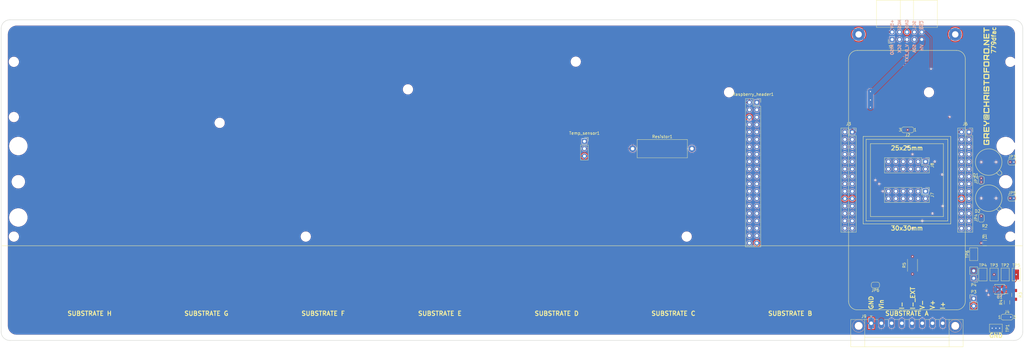
<source format=kicad_pcb>
(kicad_pcb (version 20171130) (host pcbnew "(5.1.8-0-10_14)")
  (layers (0 F.Cu mixed) (1 In1.Cu signal) (2 In2.Cu signal hide) (31 B.Cu mixed hide) (34 B.Paste user) (35 F.Paste user) (36 B.SilkS user) (37 F.SilkS user) (38 B.Mask user) (39 F.Mask user) (44 Edge.Cuts user))
  (net 0 "")
  (net 1 MISO)
  (net 2 +5V)
  (net 3 SCK)
  (net 4 MOSI)
  (net 5 GND)
  (net 6 SDA)
  (net 7 SCL)
  (net 8 +3V3)
  (net 9 /Vin)
  (net 10 "Net-(JP2-Pad1)")
  (net 11 "Net-(JP4-Pad1)")
  (net 12 "Net-(R3-Pad1)")
  (net 13 "Net-(R4-Pad2)")
  (net 14 "Net-(J4-Pad2)")
  (net 15 "Net-(TP2-Pad1)")
  (net 16 "Net-(D1-Pad2)")
  (net 17 "Net-(D1-Pad1)")
  (net 18 "Net-(D2-Pad1)")
  (net 19 "Net-(D2-Pad2)")
  (net 20 A_V_D_EXT)
  (net 21 ~A_CS)
  (net 22 A_V_D_LOC)
  (net 23 A_V_D)
  (net 24 "Net-(J3-Pad28)")
  (net 25 A_I-)
  (net 26 "Net-(J3-Pad26)")
  (net 27 A_V-)
  (net 28 "Net-(J3-Pad24)")
  (net 29 A_V+)
  (net 30 "Net-(J3-Pad22)")
  (net 31 A_I+)
  (net 32 "Net-(J3-Pad18)")
  (net 33 "Net-(J3-Pad12)")
  (net 34 "Net-(J3-Pad6)")
  (net 35 "Net-(J3-Pad4)")
  (net 36 "Net-(J3-Pad2)")
  (net 37 "Net-(J6-Pad1)")
  (net 38 "Net-(J6-Pad3)")
  (net 39 "Net-(J6-Pad5)")
  (net 40 "Net-(J6-Pad7)")
  (net 41 "Net-(J6-Pad9)")
  (net 42 "Net-(J6-Pad11)")
  (net 43 "Net-(J6-Pad13)")
  (net 44 "Net-(J6-Pad15)")
  (net 45 "Net-(J6-Pad17)")
  (net 46 "Net-(J6-Pad19)")
  (net 47 "Net-(J6-Pad21)")
  (net 48 "Net-(J6-Pad23)")
  (net 49 "Net-(J6-Pad25)")
  (net 50 "Net-(J6-Pad27)")
  (net 51 "Net-(J7-Pad12)")
  (net 52 "Net-(J7-Pad11)")
  (net 53 "Net-(J7-Pad10)")
  (net 54 "Net-(J7-Pad9)")
  (net 55 "Net-(J7-Pad8)")
  (net 56 "Net-(J7-Pad7)")
  (net 57 "Net-(J7-Pad6)")
  (net 58 "Net-(J7-Pad5)")
  (net 59 "Net-(J7-Pad4)")
  (net 60 "Net-(J7-Pad3)")
  (net 61 "Net-(J7-Pad2)")
  (net 62 "Net-(J7-Pad1)")
  (net 63 "Net-(J8-Pad1)")
  (net 64 "Net-(J8-Pad2)")
  (net 65 "Net-(J8-Pad3)")
  (net 66 "Net-(J8-Pad4)")
  (net 67 "Net-(J8-Pad5)")
  (net 68 "Net-(J8-Pad6)")
  (net 69 "Net-(J8-Pad7)")
  (net 70 "Net-(J8-Pad8)")
  (net 71 "Net-(J8-Pad9)")
  (net 72 "Net-(J8-Pad10)")
  (net 73 "Net-(J8-Pad11)")
  (net 74 "Net-(J8-Pad12)")
  (net 75 "Net-(J9-Pad3)")
  (net 76 A_I-_EXT)
  (net 77 "Net-(Raspberry_header1-Pad40)")
  (net 78 "Net-(Raspberry_header1-Pad38)")
  (net 79 "Net-(Raspberry_header1-Pad37)")
  (net 80 "Net-(Raspberry_header1-Pad36)")
  (net 81 "Net-(Raspberry_header1-Pad35)")
  (net 82 "Net-(Raspberry_header1-Pad34)")
  (net 83 "Net-(Raspberry_header1-Pad33)")
  (net 84 "Net-(Raspberry_header1-Pad32)")
  (net 85 "Net-(Raspberry_header1-Pad31)")
  (net 86 "Net-(Raspberry_header1-Pad30)")
  (net 87 "Net-(Raspberry_header1-Pad29)")
  (net 88 "Net-(Raspberry_header1-Pad28)")
  (net 89 "Net-(Raspberry_header1-Pad27)")
  (net 90 "Net-(Raspberry_header1-Pad26)")
  (net 91 "Net-(Raspberry_header1-Pad25)")
  (net 92 "Net-(Raspberry_header1-Pad24)")
  (net 93 "Net-(Raspberry_header1-Pad22)")
  (net 94 "Net-(Raspberry_header1-Pad20)")
  (net 95 "Net-(Raspberry_header1-Pad18)")
  (net 96 "Net-(Raspberry_header1-Pad17)")
  (net 97 "Net-(Raspberry_header1-Pad16)")
  (net 98 "Net-(Raspberry_header1-Pad15)")
  (net 99 "Net-(Raspberry_header1-Pad14)")
  (net 100 "Net-(Raspberry_header1-Pad13)")
  (net 101 "Net-(Raspberry_header1-Pad12)")
  (net 102 "Net-(Raspberry_header1-Pad11)")
  (net 103 "Net-(Raspberry_header1-Pad10)")
  (net 104 "Net-(Raspberry_header1-Pad9)")
  (net 105 "Net-(Raspberry_header1-Pad8)")
  (net 106 "Net-(Raspberry_header1-Pad4)")
  (net 107 SCLK)
  (net 108 CLK0)
  (module Connector_PinSocket_2.54mm:PinSocket_1x03_P2.54mm_Vertical (layer F.Cu) (at -110.49 -13.335)
    (fp_text reference Temp_sensor1 (at 0 -2.77) (layer F.SilkS))
    (fp_text value Conn_01x03_Female)
    (pad 3 thru_hole oval (at 0 5.08) (size 1.7 1.7) (drill 1) (layers *.Cu *.Mask) (net 5 GND))
    (pad 2 thru_hole oval (at 0 2.54) (size 1.7 1.7) (drill 1) (layers *.Cu *.Mask) (net 108 CLK0))
    (pad 1 thru_hole rect (at 0 0) (size 1.7 1.7) (drill 1) (layers *.Cu *.Mask) (net 8 +3V3))
  )
  (module Resistor_THT:R_Axial_DIN0617_L17.0mm_D6.0mm_P20.32mm_Horizontal (layer F.Cu) (at -93.98 -10.795)
    (fp_text reference Resistor1 (at 10.16 -4.12) (layer F.SilkS))
    (fp_text value 4.7k)
    (pad 2 thru_hole oval (at 20.32 0) (size 2.4 2.4) (drill 1.2) (layers *.Cu *.Mask) (net 8 +3V3))
    (pad 1 thru_hole circle (at 0 0) (size 2.4 2.4) (drill 1.2) (layers *.Cu *.Mask) (net 108 CLK0))
  )
  (module Connector_PinSocket_2.54mm:PinSocket_2x20_P2.54mm_Vertical (layer F.Cu) (at -51.435 -26.67)
    (fp_text reference Raspberry_header1 (at -1.27 -2.77) (layer F.SilkS))
    (fp_text value Conn_02x20_Odd_Even)
    (pad 1 thru_hole rect (at 0 0) (size 1.7 1.7) (drill 1) (layers *.Cu *.Mask) (net 8 +3V3))
    (pad 2 thru_hole oval (at -2.54 0) (size 1.7 1.7) (drill 1) (layers *.Cu *.Mask) (net 2 +5V))
    (pad 3 thru_hole oval (at 0 2.54) (size 1.7 1.7) (drill 1) (layers *.Cu *.Mask) (net 6 SDA))
    (pad 4 thru_hole oval (at -2.54 2.54) (size 1.7 1.7) (drill 1) (layers *.Cu *.Mask) (net 106 "Net-(Raspberry_header1-Pad4)"))
    (pad 5 thru_hole oval (at 0 5.08) (size 1.7 1.7) (drill 1) (layers *.Cu *.Mask) (net 7 SCL))
    (pad 6 thru_hole oval (at -2.54 5.08) (size 1.7 1.7) (drill 1) (layers *.Cu *.Mask) (net 5 GND))
    (pad 7 thru_hole oval (at 0 7.62) (size 1.7 1.7) (drill 1) (layers *.Cu *.Mask) (net 108 CLK0))
    (pad 8 thru_hole oval (at -2.54 7.62) (size 1.7 1.7) (drill 1) (layers *.Cu *.Mask) (net 105 "Net-(Raspberry_header1-Pad8)"))
    (pad 9 thru_hole oval (at 0 10.16) (size 1.7 1.7) (drill 1) (layers *.Cu *.Mask) (net 104 "Net-(Raspberry_header1-Pad9)"))
    (pad 10 thru_hole oval (at -2.54 10.16) (size 1.7 1.7) (drill 1) (layers *.Cu *.Mask) (net 103 "Net-(Raspberry_header1-Pad10)"))
    (pad 11 thru_hole oval (at 0 12.7) (size 1.7 1.7) (drill 1) (layers *.Cu *.Mask) (net 102 "Net-(Raspberry_header1-Pad11)"))
    (pad 12 thru_hole oval (at -2.54 12.7) (size 1.7 1.7) (drill 1) (layers *.Cu *.Mask) (net 101 "Net-(Raspberry_header1-Pad12)"))
    (pad 13 thru_hole oval (at 0 15.24) (size 1.7 1.7) (drill 1) (layers *.Cu *.Mask) (net 100 "Net-(Raspberry_header1-Pad13)"))
    (pad 14 thru_hole oval (at -2.54 15.24) (size 1.7 1.7) (drill 1) (layers *.Cu *.Mask) (net 99 "Net-(Raspberry_header1-Pad14)"))
    (pad 15 thru_hole oval (at 0 17.78) (size 1.7 1.7) (drill 1) (layers *.Cu *.Mask) (net 98 "Net-(Raspberry_header1-Pad15)"))
    (pad 16 thru_hole oval (at -2.54 17.78) (size 1.7 1.7) (drill 1) (layers *.Cu *.Mask) (net 97 "Net-(Raspberry_header1-Pad16)"))
    (pad 17 thru_hole oval (at 0 20.32) (size 1.7 1.7) (drill 1) (layers *.Cu *.Mask) (net 96 "Net-(Raspberry_header1-Pad17)"))
    (pad 18 thru_hole oval (at -2.54 20.32) (size 1.7 1.7) (drill 1) (layers *.Cu *.Mask) (net 95 "Net-(Raspberry_header1-Pad18)"))
    (pad 19 thru_hole oval (at 0 22.86) (size 1.7 1.7) (drill 1) (layers *.Cu *.Mask) (net 4 MOSI))
    (pad 20 thru_hole oval (at -2.54 22.86) (size 1.7 1.7) (drill 1) (layers *.Cu *.Mask) (net 94 "Net-(Raspberry_header1-Pad20)"))
    (pad 21 thru_hole oval (at 0 25.4) (size 1.7 1.7) (drill 1) (layers *.Cu *.Mask) (net 1 MISO))
    (pad 22 thru_hole oval (at -2.54 25.4) (size 1.7 1.7) (drill 1) (layers *.Cu *.Mask) (net 93 "Net-(Raspberry_header1-Pad22)"))
    (pad 23 thru_hole oval (at 0 27.94) (size 1.7 1.7) (drill 1) (layers *.Cu *.Mask) (net 107 SCLK))
    (pad 24 thru_hole oval (at -2.54 27.94) (size 1.7 1.7) (drill 1) (layers *.Cu *.Mask) (net 92 "Net-(Raspberry_header1-Pad24)"))
    (pad 25 thru_hole oval (at 0 30.48) (size 1.7 1.7) (drill 1) (layers *.Cu *.Mask) (net 91 "Net-(Raspberry_header1-Pad25)"))
    (pad 26 thru_hole oval (at -2.54 30.48) (size 1.7 1.7) (drill 1) (layers *.Cu *.Mask) (net 90 "Net-(Raspberry_header1-Pad26)"))
    (pad 27 thru_hole oval (at 0 33.02) (size 1.7 1.7) (drill 1) (layers *.Cu *.Mask) (net 89 "Net-(Raspberry_header1-Pad27)"))
    (pad 28 thru_hole oval (at -2.54 33.02) (size 1.7 1.7) (drill 1) (layers *.Cu *.Mask) (net 88 "Net-(Raspberry_header1-Pad28)"))
    (pad 29 thru_hole oval (at 0 35.56) (size 1.7 1.7) (drill 1) (layers *.Cu *.Mask) (net 87 "Net-(Raspberry_header1-Pad29)"))
    (pad 30 thru_hole oval (at -2.54 35.56) (size 1.7 1.7) (drill 1) (layers *.Cu *.Mask) (net 86 "Net-(Raspberry_header1-Pad30)"))
    (pad 31 thru_hole oval (at 0 38.1) (size 1.7 1.7) (drill 1) (layers *.Cu *.Mask) (net 85 "Net-(Raspberry_header1-Pad31)"))
    (pad 32 thru_hole oval (at -2.54 38.1) (size 1.7 1.7) (drill 1) (layers *.Cu *.Mask) (net 84 "Net-(Raspberry_header1-Pad32)"))
    (pad 33 thru_hole oval (at 0 40.64) (size 1.7 1.7) (drill 1) (layers *.Cu *.Mask) (net 83 "Net-(Raspberry_header1-Pad33)"))
    (pad 34 thru_hole oval (at -2.54 40.64) (size 1.7 1.7) (drill 1) (layers *.Cu *.Mask) (net 82 "Net-(Raspberry_header1-Pad34)"))
    (pad 35 thru_hole oval (at 0 43.18) (size 1.7 1.7) (drill 1) (layers *.Cu *.Mask) (net 81 "Net-(Raspberry_header1-Pad35)"))
    (pad 36 thru_hole oval (at -2.54 43.18) (size 1.7 1.7) (drill 1) (layers *.Cu *.Mask) (net 80 "Net-(Raspberry_header1-Pad36)"))
    (pad 37 thru_hole oval (at 0 45.72) (size 1.7 1.7) (drill 1) (layers *.Cu *.Mask) (net 79 "Net-(Raspberry_header1-Pad37)"))
    (pad 38 thru_hole oval (at -2.54 45.72) (size 1.7 1.7) (drill 1) (layers *.Cu *.Mask) (net 78 "Net-(Raspberry_header1-Pad38)"))
    (pad 39 thru_hole oval (at 0 48.26) (size 1.7 1.7) (drill 1) (layers *.Cu *.Mask) (net 5 GND))
    (pad 40 thru_hole oval (at -2.54 48.26) (size 1.7 1.7) (drill 1) (layers *.Cu *.Mask) (net 77 "Net-(Raspberry_header1-Pad40)"))
  )
  (module myParts:BPW21 (layer F.Cu) (at 28 -6.2)
    (fp_text reference D1 (at -4.445 4.445) (layer F.SilkS))
    (fp_text value BPW21)
    (pad 2 thru_hole circle (at 2.54 0) (size 0.75 0.75) (drill 0.5) (layers *.Cu *.Mask) (net 16 "Net-(D1-Pad2)"))
    (pad 1 thru_hole circle (at -2.54 0) (size 0.75 0.75) (drill 0.5) (layers *.Cu *.Mask) (net 17 "Net-(D1-Pad1)"))
  )
  (module myParts:BPW21 (layer F.Cu) (at 28 6.2)
    (fp_text reference D2 (at -3.81 4.445) (layer F.SilkS))
    (fp_text value BPW21)
    (pad 2 thru_hole circle (at 2.54 0) (size 0.75 0.75) (drill 0.5) (layers *.Cu *.Mask) (net 19 "Net-(D2-Pad2)"))
    (pad 1 thru_hole circle (at -2.54 0) (size 0.75 0.75) (drill 0.5) (layers *.Cu *.Mask) (net 18 "Net-(D2-Pad1)"))
  )
  (module myParts:Test_Point_S1751-46R (layer F.Cu) (at 30.48 50.8 180)
    (fp_text reference TP1 (at -4 0 270) (layer F.SilkS))
    (fp_text value Test_Point)
    (pad 1 smd rect (at 0 0 180) (size 3.45 1.85) (layers F.Cu F.Mask) (net 5 GND))
  )
  (module myParts:Test_Point_S1751-46R (layer F.Cu) (at 33.655 32.385 90)
    (fp_text reference TP2 (at 3.175 0 180) (layer F.SilkS))
    (fp_text value Test_Point)
    (pad 1 smd rect (at 0 0 90) (size 3.45 1.85) (layers F.Cu F.Mask) (net 15 "Net-(TP2-Pad1)"))
  )
  (module myParts:Test_Point_S1751-46R (layer F.Cu) (at 29.845 32.385 90)
    (fp_text reference TP3 (at 3.175 0 180) (layer F.SilkS))
    (fp_text value Test_Point)
    (pad 1 smd rect (at 0 0 90) (size 3.45 1.85) (layers F.Cu F.Mask) (net 10 "Net-(JP2-Pad1)"))
  )
  (module myParts:Test_Point_S1751-46R (layer F.Cu) (at 26.035 32.385 90)
    (fp_text reference TP4 (at 3.175 0 180) (layer F.SilkS))
    (fp_text value Test_Point)
    (pad 1 smd rect (at 0 0 90) (size 3.45 1.85) (layers F.Cu F.Mask) (net 11 "Net-(JP4-Pad1)"))
  )
  (module myParts:Test_Point_S1751-46R (layer F.Cu) (at 37.465 32.385 90)
    (fp_text reference TP5 (at 3.175 0 180) (layer F.SilkS))
    (fp_text value Test_Point)
    (pad 1 smd rect (at 0 0 90) (size 3.45 1.85) (layers F.Cu F.Mask) (net 22 A_V_D_LOC))
  )
  (module myParts:Test_Point_S1751-46R (layer F.Cu) (at 22.86 25.4 90)
    (fp_text reference TP6 (at 0 -2.11 90) (layer F.SilkS))
    (fp_text value Test_Point)
    (pad 1 smd rect (at 0 0 90) (size 3.45 1.85) (layers F.Cu F.Mask) (net 25 A_I-))
  )
  (module myParts:logo (layer F.Cu) (at 27.25 -32.25 90)
    (fp_text reference L1 hide)
    (fp_text value GREY@CHRISTOFORO.NET hide)
  )
  (module Capacitor_SMD:C_1206_3216Metric (layer B.Cu) (at 31.75 37.465)
    (fp_text reference C1 (at 0 2.05) (layer B.SilkS) (effects (justify mirror)))
    (fp_text value 1uF)
    (pad 1 smd rect (at -1.505 0) (size 1.07 1.8) (layers B.Cu B.Paste B.Mask) (net 2 +5V))
    (pad 2 smd rect (at 1.505 0) (size 1.07 1.8) (layers B.Cu B.Paste B.Mask) (net 5 GND))
  )
  (module Jumper:SolderJumper-3_P1.3mm_Open_RoundedPad1.0x1.5mm_NumberLabels (layer F.Cu) (at 0.25 -17.25 180)
    (fp_text reference J2 (at 0 -1.8 180) (layer F.SilkS))
    (fp_text value GS3)
    (fp_text user 3 (at 2.6 0 180) (layer F.SilkS))
    (fp_text user 1 (at -2.6 0 180) (layer F.SilkS))
    (pad 1 smd roundrect (at -1.3 0 180) (size 1 1.5) (layers F.Cu F.Mask) (roundrect_rratio 0.5) (net 22 A_V_D_LOC))
    (pad 1 smd rect (at -1 0 180) (size 0.5 1.5) (layers F.Cu F.Mask) (net 22 A_V_D_LOC))
    (pad 2 smd rect (at 0 0 180) (size 1 1.5) (layers F.Cu F.Mask) (net 23 A_V_D))
    (pad 3 smd roundrect (at 1.3 0 180) (size 1 1.5) (layers F.Cu F.Mask) (roundrect_rratio 0.5) (net 20 A_V_D_EXT))
    (pad 3 smd rect (at 1 0 180) (size 0.5 1.5) (layers F.Cu F.Mask) (net 20 A_V_D_EXT))
  )
  (module Connector_PinSocket_2.54mm:PinSocket_2x14_P2.54mm_Vertical (layer F.Cu) (at -18.73 -16.505)
    (fp_text reference J3 (at -1.27 -2.77) (layer F.SilkS))
    (fp_text value Conn_02x14_Counter_Clockwise)
    (pad 28 thru_hole oval (at -2.54 33.02) (size 1.7 1.7) (drill 1) (layers *.Cu *.Mask) (net 24 "Net-(J3-Pad28)"))
    (pad 27 thru_hole oval (at 0 33.02) (size 1.7 1.7) (drill 1) (layers *.Cu *.Mask) (net 25 A_I-))
    (pad 26 thru_hole oval (at -2.54 30.48) (size 1.7 1.7) (drill 1) (layers *.Cu *.Mask) (net 26 "Net-(J3-Pad26)"))
    (pad 25 thru_hole oval (at 0 30.48) (size 1.7 1.7) (drill 1) (layers *.Cu *.Mask) (net 27 A_V-))
    (pad 24 thru_hole oval (at -2.54 27.94) (size 1.7 1.7) (drill 1) (layers *.Cu *.Mask) (net 28 "Net-(J3-Pad24)"))
    (pad 23 thru_hole oval (at 0 27.94) (size 1.7 1.7) (drill 1) (layers *.Cu *.Mask) (net 29 A_V+))
    (pad 22 thru_hole oval (at -2.54 25.4) (size 1.7 1.7) (drill 1) (layers *.Cu *.Mask) (net 30 "Net-(J3-Pad22)"))
    (pad 21 thru_hole oval (at 0 25.4) (size 1.7 1.7) (drill 1) (layers *.Cu *.Mask) (net 31 A_I+))
    (pad 20 thru_hole oval (at -2.54 22.86) (size 1.7 1.7) (drill 1) (layers *.Cu *.Mask) (net 5 GND))
    (pad 19 thru_hole oval (at 0 22.86) (size 1.7 1.7) (drill 1) (layers *.Cu *.Mask) (net 5 GND))
    (pad 18 thru_hole oval (at -2.54 20.32) (size 1.7 1.7) (drill 1) (layers *.Cu *.Mask) (net 32 "Net-(J3-Pad18)"))
    (pad 17 thru_hole oval (at 0 20.32) (size 1.7 1.7) (drill 1) (layers *.Cu *.Mask) (net 3 SCK))
    (pad 16 thru_hole oval (at -2.54 17.78) (size 1.7 1.7) (drill 1) (layers *.Cu *.Mask) (net 4 MOSI))
    (pad 15 thru_hole oval (at 0 17.78) (size 1.7 1.7) (drill 1) (layers *.Cu *.Mask) (net 4 MOSI))
    (pad 14 thru_hole oval (at -2.54 15.24) (size 1.7 1.7) (drill 1) (layers *.Cu *.Mask) (net 1 MISO))
    (pad 13 thru_hole oval (at 0 15.24) (size 1.7 1.7) (drill 1) (layers *.Cu *.Mask) (net 1 MISO))
    (pad 12 thru_hole oval (at -2.54 12.7) (size 1.7 1.7) (drill 1) (layers *.Cu *.Mask) (net 33 "Net-(J3-Pad12)"))
    (pad 11 thru_hole oval (at 0 12.7) (size 1.7 1.7) (drill 1) (layers *.Cu *.Mask) (net 21 ~A_CS))
    (pad 10 thru_hole oval (at -2.54 10.16) (size 1.7 1.7) (drill 1) (layers *.Cu *.Mask) (net 7 SCL))
    (pad 9 thru_hole oval (at 0 10.16) (size 1.7 1.7) (drill 1) (layers *.Cu *.Mask) (net 7 SCL))
    (pad 8 thru_hole oval (at -2.54 7.62) (size 1.7 1.7) (drill 1) (layers *.Cu *.Mask) (net 6 SDA))
    (pad 7 thru_hole oval (at 0 7.62) (size 1.7 1.7) (drill 1) (layers *.Cu *.Mask) (net 6 SDA))
    (pad 6 thru_hole oval (at -2.54 5.08) (size 1.7 1.7) (drill 1) (layers *.Cu *.Mask) (net 34 "Net-(J3-Pad6)"))
    (pad 5 thru_hole oval (at 0 5.08) (size 1.7 1.7) (drill 1) (layers *.Cu *.Mask) (net 23 A_V_D))
    (pad 4 thru_hole oval (at -2.54 2.54) (size 1.7 1.7) (drill 1) (layers *.Cu *.Mask) (net 35 "Net-(J3-Pad4)"))
    (pad 3 thru_hole oval (at 0 2.54) (size 1.7 1.7) (drill 1) (layers *.Cu *.Mask) (net 8 +3V3))
    (pad 2 thru_hole oval (at -2.54 0) (size 1.7 1.7) (drill 1) (layers *.Cu *.Mask) (net 36 "Net-(J3-Pad2)"))
    (pad 1 thru_hole rect (at 0 0) (size 1.7 1.7) (drill 1) (layers *.Cu *.Mask) (net 2 +5V))
  )
  (module Jumper:SolderJumper-3_P1.3mm_Open_RoundedPad1.0x1.5mm_NumberLabels (layer F.Cu) (at 34.29 46.99)
    (fp_text reference J4 (at 0 -1.8) (layer F.SilkS))
    (fp_text value GS3)
    (fp_text user 1 (at -2.6 0) (layer F.SilkS))
    (fp_text user 3 (at 2.6 0) (layer F.SilkS))
    (pad 3 smd rect (at 1 0) (size 0.5 1.5) (layers F.Cu F.Mask) (net 5 GND))
    (pad 3 smd roundrect (at 1.3 0) (size 1 1.5) (layers F.Cu F.Mask) (roundrect_rratio 0.5) (net 5 GND))
    (pad 2 smd rect (at 0 0) (size 1 1.5) (layers F.Cu F.Mask) (net 14 "Net-(J4-Pad2)"))
    (pad 1 smd rect (at -1 0) (size 0.5 1.5) (layers F.Cu F.Mask) (net 2 +5V))
    (pad 1 smd roundrect (at -1.3 0) (size 1 1.5) (layers F.Cu F.Mask) (roundrect_rratio 0.5) (net 2 +5V))
  )
  (module Connector_PinSocket_2.54mm:PinSocket_2x14_P2.54mm_Vertical (layer F.Cu) (at 21.23 -16.505)
    (fp_text reference J6 (at -1.27 -2.77) (layer F.SilkS))
    (fp_text value Conn_02x14_Counter_Clockwise)
    (pad 1 thru_hole rect (at 0 0) (size 1.7 1.7) (drill 1) (layers *.Cu *.Mask) (net 37 "Net-(J6-Pad1)"))
    (pad 2 thru_hole oval (at -2.54 0) (size 1.7 1.7) (drill 1) (layers *.Cu *.Mask) (net 2 +5V))
    (pad 3 thru_hole oval (at 0 2.54) (size 1.7 1.7) (drill 1) (layers *.Cu *.Mask) (net 38 "Net-(J6-Pad3)"))
    (pad 4 thru_hole oval (at -2.54 2.54) (size 1.7 1.7) (drill 1) (layers *.Cu *.Mask) (net 8 +3V3))
    (pad 5 thru_hole oval (at 0 5.08) (size 1.7 1.7) (drill 1) (layers *.Cu *.Mask) (net 39 "Net-(J6-Pad5)"))
    (pad 6 thru_hole oval (at -2.54 5.08) (size 1.7 1.7) (drill 1) (layers *.Cu *.Mask) (net 23 A_V_D))
    (pad 7 thru_hole oval (at 0 7.62) (size 1.7 1.7) (drill 1) (layers *.Cu *.Mask) (net 40 "Net-(J6-Pad7)"))
    (pad 8 thru_hole oval (at -2.54 7.62) (size 1.7 1.7) (drill 1) (layers *.Cu *.Mask) (net 6 SDA))
    (pad 9 thru_hole oval (at 0 10.16) (size 1.7 1.7) (drill 1) (layers *.Cu *.Mask) (net 41 "Net-(J6-Pad9)"))
    (pad 10 thru_hole oval (at -2.54 10.16) (size 1.7 1.7) (drill 1) (layers *.Cu *.Mask) (net 7 SCL))
    (pad 11 thru_hole oval (at 0 12.7) (size 1.7 1.7) (drill 1) (layers *.Cu *.Mask) (net 42 "Net-(J6-Pad11)"))
    (pad 12 thru_hole oval (at -2.54 12.7) (size 1.7 1.7) (drill 1) (layers *.Cu *.Mask) (net 21 ~A_CS))
    (pad 13 thru_hole oval (at 0 15.24) (size 1.7 1.7) (drill 1) (layers *.Cu *.Mask) (net 43 "Net-(J6-Pad13)"))
    (pad 14 thru_hole oval (at -2.54 15.24) (size 1.7 1.7) (drill 1) (layers *.Cu *.Mask) (net 1 MISO))
    (pad 15 thru_hole oval (at 0 17.78) (size 1.7 1.7) (drill 1) (layers *.Cu *.Mask) (net 44 "Net-(J6-Pad15)"))
    (pad 16 thru_hole oval (at -2.54 17.78) (size 1.7 1.7) (drill 1) (layers *.Cu *.Mask) (net 4 MOSI))
    (pad 17 thru_hole oval (at 0 20.32) (size 1.7 1.7) (drill 1) (layers *.Cu *.Mask) (net 45 "Net-(J6-Pad17)"))
    (pad 18 thru_hole oval (at -2.54 20.32) (size 1.7 1.7) (drill 1) (layers *.Cu *.Mask) (net 3 SCK))
    (pad 19 thru_hole oval (at 0 22.86) (size 1.7 1.7) (drill 1) (layers *.Cu *.Mask) (net 46 "Net-(J6-Pad19)"))
    (pad 20 thru_hole oval (at -2.54 22.86) (size 1.7 1.7) (drill 1) (layers *.Cu *.Mask) (net 5 GND))
    (pad 21 thru_hole oval (at 0 25.4) (size 1.7 1.7) (drill 1) (layers *.Cu *.Mask) (net 47 "Net-(J6-Pad21)"))
    (pad 22 thru_hole oval (at -2.54 25.4) (size 1.7 1.7) (drill 1) (layers *.Cu *.Mask) (net 31 A_I+))
    (pad 23 thru_hole oval (at 0 27.94) (size 1.7 1.7) (drill 1) (layers *.Cu *.Mask) (net 48 "Net-(J6-Pad23)"))
    (pad 24 thru_hole oval (at -2.54 27.94) (size 1.7 1.7) (drill 1) (layers *.Cu *.Mask) (net 29 A_V+))
    (pad 25 thru_hole oval (at 0 30.48) (size 1.7 1.7) (drill 1) (layers *.Cu *.Mask) (net 49 "Net-(J6-Pad25)"))
    (pad 26 thru_hole oval (at -2.54 30.48) (size 1.7 1.7) (drill 1) (layers *.Cu *.Mask) (net 27 A_V-))
    (pad 27 thru_hole oval (at 0 33.02) (size 1.7 1.7) (drill 1) (layers *.Cu *.Mask) (net 50 "Net-(J6-Pad27)"))
    (pad 28 thru_hole oval (at -2.54 33.02) (size 1.7 1.7) (drill 1) (layers *.Cu *.Mask) (net 25 A_I-))
  )
  (module Connector_PinHeader_2.54mm:PinHeader_2x06_P2.54mm_Vertical (layer F.Cu) (at 6.35 3.81 270)
    (fp_text reference J7 (at 1.27 -2.33 270) (layer F.SilkS))
    (fp_text value Conn_02x06_Counter_Clockwise)
    (pad 12 thru_hole oval (at 2.54 12.7 270) (size 1.7 1.7) (drill 1) (layers *.Cu *.Mask) (net 51 "Net-(J7-Pad12)"))
    (pad 11 thru_hole oval (at 0 12.7 270) (size 1.7 1.7) (drill 1) (layers *.Cu *.Mask) (net 52 "Net-(J7-Pad11)"))
    (pad 10 thru_hole oval (at 2.54 10.16 270) (size 1.7 1.7) (drill 1) (layers *.Cu *.Mask) (net 53 "Net-(J7-Pad10)"))
    (pad 9 thru_hole oval (at 0 10.16 270) (size 1.7 1.7) (drill 1) (layers *.Cu *.Mask) (net 54 "Net-(J7-Pad9)"))
    (pad 8 thru_hole oval (at 2.54 7.62 270) (size 1.7 1.7) (drill 1) (layers *.Cu *.Mask) (net 55 "Net-(J7-Pad8)"))
    (pad 7 thru_hole oval (at 0 7.62 270) (size 1.7 1.7) (drill 1) (layers *.Cu *.Mask) (net 56 "Net-(J7-Pad7)"))
    (pad 6 thru_hole oval (at 2.54 5.08 270) (size 1.7 1.7) (drill 1) (layers *.Cu *.Mask) (net 57 "Net-(J7-Pad6)"))
    (pad 5 thru_hole oval (at 0 5.08 270) (size 1.7 1.7) (drill 1) (layers *.Cu *.Mask) (net 58 "Net-(J7-Pad5)"))
    (pad 4 thru_hole oval (at 2.54 2.54 270) (size 1.7 1.7) (drill 1) (layers *.Cu *.Mask) (net 59 "Net-(J7-Pad4)"))
    (pad 3 thru_hole oval (at 0 2.54 270) (size 1.7 1.7) (drill 1) (layers *.Cu *.Mask) (net 60 "Net-(J7-Pad3)"))
    (pad 2 thru_hole oval (at 2.54 0 270) (size 1.7 1.7) (drill 1) (layers *.Cu *.Mask) (net 61 "Net-(J7-Pad2)"))
    (pad 1 thru_hole rect (at 0 0 270) (size 1.7 1.7) (drill 1) (layers *.Cu *.Mask) (net 62 "Net-(J7-Pad1)"))
  )
  (module Connector_PinHeader_2.54mm:PinHeader_2x06_P2.54mm_Vertical (layer F.Cu) (at 6.35 -6.35 270)
    (fp_text reference J8 (at 1.27 -2.33 270) (layer F.SilkS))
    (fp_text value Conn_02x06_Counter_Clockwise)
    (pad 1 thru_hole rect (at 0 0 270) (size 1.7 1.7) (drill 1) (layers *.Cu *.Mask) (net 63 "Net-(J8-Pad1)"))
    (pad 2 thru_hole oval (at 2.54 0 270) (size 1.7 1.7) (drill 1) (layers *.Cu *.Mask) (net 64 "Net-(J8-Pad2)"))
    (pad 3 thru_hole oval (at 0 2.54 270) (size 1.7 1.7) (drill 1) (layers *.Cu *.Mask) (net 65 "Net-(J8-Pad3)"))
    (pad 4 thru_hole oval (at 2.54 2.54 270) (size 1.7 1.7) (drill 1) (layers *.Cu *.Mask) (net 66 "Net-(J8-Pad4)"))
    (pad 5 thru_hole oval (at 0 5.08 270) (size 1.7 1.7) (drill 1) (layers *.Cu *.Mask) (net 67 "Net-(J8-Pad5)"))
    (pad 6 thru_hole oval (at 2.54 5.08 270) (size 1.7 1.7) (drill 1) (layers *.Cu *.Mask) (net 68 "Net-(J8-Pad6)"))
    (pad 7 thru_hole oval (at 0 7.62 270) (size 1.7 1.7) (drill 1) (layers *.Cu *.Mask) (net 69 "Net-(J8-Pad7)"))
    (pad 8 thru_hole oval (at 2.54 7.62 270) (size 1.7 1.7) (drill 1) (layers *.Cu *.Mask) (net 70 "Net-(J8-Pad8)"))
    (pad 9 thru_hole oval (at 0 10.16 270) (size 1.7 1.7) (drill 1) (layers *.Cu *.Mask) (net 71 "Net-(J8-Pad9)"))
    (pad 10 thru_hole oval (at 2.54 10.16 270) (size 1.7 1.7) (drill 1) (layers *.Cu *.Mask) (net 72 "Net-(J8-Pad10)"))
    (pad 11 thru_hole oval (at 0 12.7 270) (size 1.7 1.7) (drill 1) (layers *.Cu *.Mask) (net 73 "Net-(J8-Pad11)"))
    (pad 12 thru_hole oval (at 2.54 12.7 270) (size 1.7 1.7) (drill 1) (layers *.Cu *.Mask) (net 74 "Net-(J8-Pad12)"))
  )
  (module Connector_Phoenix_MC:PhoenixContact_MC_1,5_8-GF-3.5_1x08_P3.50mm_Horizontal_ThreadedFlange_MountHole (layer F.Cu) (at -12.25 49.1)
    (fp_text reference J9 (at -2.5 -2.35) (layer F.SilkS))
    (fp_text value Screw_Terminal_01x08)
    (pad 1 thru_hole rect (at 0 0) (size 1.8 3.6) (drill 1.2) (layers *.Cu *.Mask) (net 5 GND))
    (pad 2 thru_hole oval (at 3.5 0) (size 1.8 3.6) (drill 1.2) (layers *.Cu *.Mask) (net 9 /Vin))
    (pad 3 thru_hole oval (at 7 0) (size 1.8 3.6) (drill 1.2) (layers *.Cu *.Mask) (net 75 "Net-(J9-Pad3)"))
    (pad 4 thru_hole oval (at 10.5 0) (size 1.8 3.6) (drill 1.2) (layers *.Cu *.Mask) (net 25 A_I-))
    (pad 5 thru_hole oval (at 14 0) (size 1.8 3.6) (drill 1.2) (layers *.Cu *.Mask) (net 76 A_I-_EXT))
    (pad 6 thru_hole oval (at 17.5 0) (size 1.8 3.6) (drill 1.2) (layers *.Cu *.Mask) (net 27 A_V-))
    (pad 7 thru_hole oval (at 21 0) (size 1.8 3.6) (drill 1.2) (layers *.Cu *.Mask) (net 29 A_V+))
    (pad 8 thru_hole oval (at 24.5 0) (size 1.8 3.6) (drill 1.2) (layers *.Cu *.Mask) (net 31 A_I+))
    (pad "" np_thru_hole circle (at -4.3 0.9) (size 2.4 2.4) (drill 2.4) (layers *.Cu *.Mask))
    (pad "" np_thru_hole circle (at 28.8 0.9) (size 2.4 2.4) (drill 2.4) (layers *.Cu *.Mask))
  )
  (module Jumper:SolderJumper-2_P1.3mm_Open_RoundedPad1.0x1.5mm (layer F.Cu) (at 25.46 0 90)
    (fp_text reference JP2 (at 0 -1.8 90) (layer F.SilkS))
    (fp_text value Jumper_NO_Small)
    (pad 2 smd rect (at 0.4 0 90) (size 0.5 1.5) (layers F.Cu F.Mask) (net 17 "Net-(D1-Pad1)"))
    (pad 1 smd rect (at -0.4 0 90) (size 0.5 1.5) (layers F.Cu F.Mask) (net 10 "Net-(JP2-Pad1)"))
    (pad 1 smd roundrect (at -0.65 0 90) (size 1 1.5) (layers F.Cu F.Mask) (roundrect_rratio 0.5) (net 10 "Net-(JP2-Pad1)"))
    (pad 2 smd roundrect (at 0.65 0 90) (size 1 1.5) (layers F.Cu F.Mask) (roundrect_rratio 0.5) (net 17 "Net-(D1-Pad1)"))
  )
  (module Jumper:SolderJumper-2_P1.3mm_Open_RoundedPad1.0x1.5mm (layer F.Cu) (at 36 -6.2)
    (fp_text reference JP3 (at 0 -1.8) (layer F.SilkS))
    (fp_text value Jumper_NO_Small)
    (pad 2 smd roundrect (at 0.65 0) (size 1 1.5) (layers F.Cu F.Mask) (roundrect_rratio 0.5) (net 5 GND))
    (pad 1 smd roundrect (at -0.65 0) (size 1 1.5) (layers F.Cu F.Mask) (roundrect_rratio 0.5) (net 16 "Net-(D1-Pad2)"))
    (pad 1 smd rect (at -0.4 0) (size 0.5 1.5) (layers F.Cu F.Mask) (net 16 "Net-(D1-Pad2)"))
    (pad 2 smd rect (at 0.4 0) (size 0.5 1.5) (layers F.Cu F.Mask) (net 5 GND))
  )
  (module Jumper:SolderJumper-2_P1.3mm_Open_RoundedPad1.0x1.5mm (layer F.Cu) (at 25.46 13 90)
    (fp_text reference JP4 (at 0 -1.8 90) (layer F.SilkS))
    (fp_text value Jumper_NO_Small)
    (pad 2 smd rect (at 0.4 0 90) (size 0.5 1.5) (layers F.Cu F.Mask) (net 18 "Net-(D2-Pad1)"))
    (pad 1 smd rect (at -0.4 0 90) (size 0.5 1.5) (layers F.Cu F.Mask) (net 11 "Net-(JP4-Pad1)"))
    (pad 1 smd roundrect (at -0.65 0 90) (size 1 1.5) (layers F.Cu F.Mask) (roundrect_rratio 0.5) (net 11 "Net-(JP4-Pad1)"))
    (pad 2 smd roundrect (at 0.65 0 90) (size 1 1.5) (layers F.Cu F.Mask) (roundrect_rratio 0.5) (net 18 "Net-(D2-Pad1)"))
  )
  (module Jumper:SolderJumper-2_P1.3mm_Open_RoundedPad1.0x1.5mm (layer F.Cu) (at 36 6.2)
    (fp_text reference JP5 (at 0 -1.8) (layer F.SilkS))
    (fp_text value Jumper_NO_Small)
    (pad 2 smd roundrect (at 0.65 0) (size 1 1.5) (layers F.Cu F.Mask) (roundrect_rratio 0.5) (net 5 GND))
    (pad 1 smd roundrect (at -0.65 0) (size 1 1.5) (layers F.Cu F.Mask) (roundrect_rratio 0.5) (net 19 "Net-(D2-Pad2)"))
    (pad 1 smd rect (at -0.4 0) (size 0.5 1.5) (layers F.Cu F.Mask) (net 19 "Net-(D2-Pad2)"))
    (pad 2 smd rect (at 0.4 0) (size 0.5 1.5) (layers F.Cu F.Mask) (net 5 GND))
  )
  (module Jumper:SolderJumper-2_P1.3mm_Open_RoundedPad1.0x1.5mm (layer F.Cu) (at -10.795 36 180)
    (fp_text reference JP6 (at 0 -1.8 180) (layer F.SilkS))
    (fp_text value Jumper_NO_Small)
    (pad 2 smd roundrect (at 0.65 0 180) (size 1 1.5) (layers F.Cu F.Mask) (roundrect_rratio 0.5) (net 9 /Vin))
    (pad 1 smd roundrect (at -0.65 0 180) (size 1 1.5) (layers F.Cu F.Mask) (roundrect_rratio 0.5) (net 2 +5V))
    (pad 1 smd rect (at -0.4 0 180) (size 0.5 1.5) (layers F.Cu F.Mask) (net 2 +5V))
    (pad 2 smd rect (at 0.4 0 180) (size 0.5 1.5) (layers F.Cu F.Mask) (net 9 /Vin))
  )
  (module MountingHole:MountingHole_2.2mm_M2_Pad (layer F.Cu) (at 16.55 -50)
    (fp_text reference MK1 hide)
    (fp_text value Mounting_Hole_PAD)
    (pad 1 thru_hole circle (at 0 0) (size 4.4 4.4) (drill 2.2) (layers *.Cu *.Mask) (net 5 GND))
  )
  (module MountingHole:MountingHole_2.2mm_M2_Pad (layer F.Cu) (at -16.55 -50)
    (fp_text reference MK2 hide)
    (fp_text value Mounting_Hole_PAD)
    (pad 1 thru_hole circle (at 0 0) (size 4.4 4.4) (drill 2.2) (layers *.Cu *.Mask) (net 5 GND))
  )
  (module MountingHole:MountingHole_6mm (layer F.Cu) (at 33.825 -11.695)
    (fp_text reference MK3 hide)
    (fp_text value Mounting_Hole)
    (pad 1 np_thru_hole circle (at 0 0) (size 6 6) (drill 6) (layers *.Cu *.Mask))
  )
  (module MountingHole:MountingHole_6mm (layer F.Cu) (at 33.825 12.805)
    (fp_text reference MK4 hide)
    (fp_text value Mounting_Hole)
    (pad 1 np_thru_hole circle (at 0 0) (size 6 6) (drill 6) (layers *.Cu *.Mask))
  )
  (module MountingHole:MountingHole_3.2mm_M3 (layer F.Cu) (at 35.427 -40.593)
    (fp_text reference MK5 hide)
    (fp_text value Mounting_Hole)
    (pad 1 np_thru_hole circle (at 0 0) (size 3.2 3.2) (drill 3.2) (layers *.Cu *.Mask))
  )
  (module MountingHole:MountingHole_4.3mm_M4 (layer F.Cu) (at 33.825 0.555)
    (fp_text reference MK6 hide)
    (fp_text value Mounting_Hole)
    (pad 1 np_thru_hole circle (at 0 0) (size 4.3 4.3) (drill 4.3) (layers *.Cu *.Mask))
  )
  (module MountingHole:MountingHole_3.2mm_M3 (layer F.Cu) (at 7.551 -30.149)
    (fp_text reference MK7 hide)
    (fp_text value Mounting_Hole)
    (pad 1 np_thru_hole circle (at 0 0) (size 3.2 3.2) (drill 3.2) (layers *.Cu *.Mask))
  )
  (module MountingHole:MountingHole_3.2mm_M3 (layer F.Cu) (at 35.427 19.351)
    (fp_text reference MK8 hide)
    (fp_text value Mounting_Hole)
    (pad 1 np_thru_hole circle (at 0 0) (size 3.2 3.2) (drill 3.2) (layers *.Cu *.Mask))
  )
  (module Connector_PinHeader_2.54mm:PinHeader_1x02_P2.54mm_Vertical (layer F.Cu) (at 22.86 40.64)
    (fp_text reference P3 (at 0 -2.33) (layer F.SilkS))
    (fp_text value CONN_01X02)
    (pad 2 thru_hole oval (at 0 2.54) (size 1.7 1.7) (drill 1) (layers *.Cu *.Mask) (net 5 GND))
    (pad 1 thru_hole rect (at 0 0) (size 1.7 1.7) (drill 1) (layers *.Cu *.Mask) (net 76 A_I-_EXT))
  )
  (module Connector_PinHeader_2.54mm:PinHeader_1x02_P2.54mm_Vertical (layer F.Cu) (at 22.86 33.655 180)
    (fp_text reference P4 (at 0 -2.33 180) (layer F.SilkS))
    (fp_text value CONN_01X02)
    (pad 1 thru_hole rect (at 0 0 180) (size 1.7 1.7) (drill 1) (layers *.Cu *.Mask) (net 76 A_I-_EXT))
    (pad 2 thru_hole oval (at 0 2.54 180) (size 1.7 1.7) (drill 1) (layers *.Cu *.Mask) (net 25 A_I-))
  )
  (module Resistor_SMD:R_1206_3216Metric (layer F.Cu) (at 26.67 21.59)
    (fp_text reference R1 (at 0 -2.05) (layer F.SilkS))
    (fp_text value 1.2K)
    (pad 1 smd rect (at -1.505 0) (size 1.07 1.8) (layers F.Cu F.Paste F.Mask) (net 10 "Net-(JP2-Pad1)"))
    (pad 2 smd rect (at 1.505 0) (size 1.07 1.8) (layers F.Cu F.Paste F.Mask) (net 2 +5V))
  )
  (module Resistor_SMD:R_1206_3216Metric (layer F.Cu) (at 26.67 17.78)
    (fp_text reference R2 (at 0 -2.05) (layer F.SilkS))
    (fp_text value 1.2K)
    (pad 2 smd rect (at 1.505 0) (size 1.07 1.8) (layers F.Cu F.Paste F.Mask) (net 2 +5V))
    (pad 1 smd rect (at -1.505 0) (size 1.07 1.8) (layers F.Cu F.Paste F.Mask) (net 11 "Net-(JP4-Pad1)"))
  )
  (module Resistor_SMD:R_1206_3216Metric (layer F.Cu) (at 36.83 39.37 270)
    (fp_text reference R3 (at 0 -2.05 270) (layer F.SilkS))
    (fp_text value 10K)
    (pad 2 smd rect (at 1.505 0 270) (size 1.07 1.8) (layers F.Cu F.Paste F.Mask) (net 2 +5V))
    (pad 1 smd rect (at -1.505 0 270) (size 1.07 1.8) (layers F.Cu F.Paste F.Mask) (net 12 "Net-(R3-Pad1)"))
  )
  (module Resistor_SMD:R_1206_3216Metric (layer F.Cu) (at 34.29 41.91 90)
    (fp_text reference R4 (at 0 -2.05 90) (layer F.SilkS))
    (fp_text value 10K)
    (pad 1 smd rect (at -1.505 0 90) (size 1.07 1.8) (layers F.Cu F.Paste F.Mask) (net 14 "Net-(J4-Pad2)"))
    (pad 2 smd rect (at 1.505 0 90) (size 1.07 1.8) (layers F.Cu F.Paste F.Mask) (net 13 "Net-(R4-Pad2)"))
  )
  (module Resistor_SMD:R_2512_6332Metric (layer F.Cu) (at 1.905 29.21 90)
    (fp_text reference R5 (at 0 -2.85 90) (layer F.SilkS))
    (fp_text value 1)
    (pad 1 smd rect (at -3.005 0 90) (size 1.17 3.4) (layers F.Cu F.Paste F.Mask) (net 76 A_I-_EXT))
    (pad 2 smd rect (at 3.005 0 90) (size 1.17 3.4) (layers F.Cu F.Paste F.Mask) (net 25 A_I-))
  )
  (module Package_SO:MSOP-10_3x3mm_P0.5mm (layer F.Cu) (at 31.75 37.465 180)
    (fp_text reference U1 (at 0 -2.6 180) (layer F.SilkS))
    (fp_text value ADS1115)
    (pad 1 smd rect (at -2.2 -1 180) (size 1.4 0.3) (layers F.Cu F.Paste F.Mask) (net 13 "Net-(R4-Pad2)"))
    (pad 2 smd rect (at -2.2 -0.5 180) (size 1.4 0.3) (layers F.Cu F.Paste F.Mask) (net 12 "Net-(R3-Pad1)"))
    (pad 3 smd rect (at -2.2 0 180) (size 1.4 0.3) (layers F.Cu F.Paste F.Mask) (net 5 GND))
    (pad 4 smd rect (at -2.2 0.5 180) (size 1.4 0.3) (layers F.Cu F.Paste F.Mask) (net 22 A_V_D_LOC))
    (pad 5 smd rect (at -2.2 1 180) (size 1.4 0.3) (layers F.Cu F.Paste F.Mask) (net 15 "Net-(TP2-Pad1)"))
    (pad 6 smd rect (at 2.2 1 180) (size 1.4 0.3) (layers F.Cu F.Paste F.Mask) (net 10 "Net-(JP2-Pad1)"))
    (pad 7 smd rect (at 2.2 0.5 180) (size 1.4 0.3) (layers F.Cu F.Paste F.Mask) (net 11 "Net-(JP4-Pad1)"))
    (pad 8 smd rect (at 2.2 0 180) (size 1.4 0.3) (layers F.Cu F.Paste F.Mask) (net 2 +5V))
    (pad 9 smd rect (at 2.2 -0.5 180) (size 1.4 0.3) (layers F.Cu F.Paste F.Mask) (net 6 SDA))
    (pad 10 smd rect (at 2.2 -1 180) (size 1.4 0.3) (layers F.Cu F.Paste F.Mask) (net 7 SCL))
  )
  (module Connector_IDC:IDC-Header_2x05_P2.54mm_Horizontal (layer F.Cu) (at -5.08 -48.26 90)
    (fp_text reference J1 (at -2.54 -0.508 90) (layer F.SilkS))
    (fp_text value Conn_02x05_Odd_Even)
    (pad 1 thru_hole rect (at 0 0 90) (size 1.7272 1.7272) (drill 1.016) (layers *.Cu *.Mask) (net 1 MISO))
    (pad 2 thru_hole oval (at 2.54 0 90) (size 1.7272 1.7272) (drill 1.016) (layers *.Cu *.Mask) (net 2 +5V))
    (pad 3 thru_hole oval (at 0 2.54 90) (size 1.7272 1.7272) (drill 1.016) (layers *.Cu *.Mask) (net 3 SCK))
    (pad 4 thru_hole oval (at 2.54 2.54 90) (size 1.7272 1.7272) (drill 1.016) (layers *.Cu *.Mask) (net 4 MOSI))
    (pad 5 thru_hole oval (at 0 5.08 90) (size 1.7272 1.7272) (drill 1.016) (layers *.Cu *.Mask) (net 20 A_V_D_EXT))
    (pad 6 thru_hole oval (at 2.54 5.08 90) (size 1.7272 1.7272) (drill 1.016) (layers *.Cu *.Mask) (net 5 GND))
    (pad 7 thru_hole oval (at 0 7.62 90) (size 1.7272 1.7272) (drill 1.016) (layers *.Cu *.Mask) (net 6 SDA))
    (pad 8 thru_hole oval (at 2.54 7.62 90) (size 1.7272 1.7272) (drill 1.016) (layers *.Cu *.Mask) (net 7 SCL))
    (pad 9 thru_hole oval (at 0 10.16 90) (size 1.7272 1.7272) (drill 1.016) (layers *.Cu *.Mask) (net 9 /Vin))
    (pad 10 thru_hole oval (at 2.54 10.16 90) (size 1.7272 1.7272) (drill 1.016) (layers *.Cu *.Mask) (net 21 ~A_CS))
  )
  (module MountingHole:MountingHole_6mm (layer F.Cu) (at -304.425 -11.695)
    (fp_text reference MK9 hide)
    (fp_text value Mounting_Hole)
    (pad 1 np_thru_hole circle (at 0 0) (size 6 6) (drill 6) (layers *.Cu *.Mask))
  )
  (module MountingHole:MountingHole_4.3mm_M4 (layer F.Cu) (at -304.425 0.555)
    (fp_text reference MK10 hide)
    (fp_text value Mounting_Hole)
    (pad 1 np_thru_hole circle (at 0 0) (size 4.3 4.3) (drill 4.3) (layers *.Cu *.Mask))
  )
  (module MountingHole:MountingHole_6mm (layer F.Cu) (at -304.425 12.805)
    (fp_text reference MK11 hide)
    (fp_text value Mounting_Hole)
    (pad 1 np_thru_hole circle (at 0 0) (size 6 6) (drill 6) (layers *.Cu *.Mask))
  )
  (module MountingHole:MountingHole_3.2mm_M3 (layer F.Cu) (at -235.449 -19.649)
    (fp_text reference MK12 hide)
    (fp_text value Mounting_Hole)
    (pad 1 np_thru_hole circle (at 0 0) (size 3.2 3.2) (drill 3.2) (layers *.Cu *.Mask))
  )
  (module MountingHole:MountingHole_3.2mm_M3 (layer F.Cu) (at -305.949 19.351)
    (fp_text reference MK13 hide)
    (fp_text value Mounting_Hole)
    (pad 1 np_thru_hole circle (at 0 0) (size 3.2 3.2) (drill 3.2) (layers *.Cu *.Mask))
  )
  (module MountingHole:MountingHole_3.2mm_M3 (layer F.Cu) (at -305.949 -21.649)
    (fp_text reference MK14 hide)
    (fp_text value Mounting_Hole)
    (pad 1 np_thru_hole circle (at 0 0) (size 3.2 3.2) (drill 3.2) (layers *.Cu *.Mask))
  )
  (module MountingHole:MountingHole_3.2mm_M3 (layer F.Cu) (at -205.949 19.351)
    (fp_text reference MK15 hide)
    (fp_text value Mounting_Hole)
    (pad 1 np_thru_hole circle (at 0 0) (size 3.2 3.2) (drill 3.2) (layers *.Cu *.Mask))
  )
  (module MountingHole:MountingHole_3.2mm_M3 (layer F.Cu) (at -305.949 -40.593)
    (fp_text reference MK16 hide)
    (fp_text value Mounting_Hole)
    (pad 1 np_thru_hole circle (at 0 0) (size 3.2 3.2) (drill 3.2) (layers *.Cu *.Mask))
  )
  (module MountingHole:MountingHole_3.2mm_M3 (layer F.Cu) (at -113.449 -40.649)
    (fp_text reference MK17 hide)
    (fp_text value Mounting_Hole)
    (pad 1 np_thru_hole circle (at 0 0) (size 3.2 3.2) (drill 3.2) (layers *.Cu *.Mask))
  )
  (module MountingHole:MountingHole_3.2mm_M3 (layer F.Cu) (at -170.949 -31.149)
    (fp_text reference MK18 hide)
    (fp_text value Mounting_Hole)
    (pad 1 np_thru_hole circle (at 0 0) (size 3.2 3.2) (drill 3.2) (layers *.Cu *.Mask))
  )
  (module MountingHole:MountingHole_3.2mm_M3 (layer F.Cu) (at -75.449 19.351)
    (fp_text reference MK19 hide)
    (fp_text value Mounting_Hole)
    (pad 1 np_thru_hole circle (at 0 0) (size 3.2 3.2) (drill 3.2) (layers *.Cu *.Mask))
  )
  (module MountingHole:MountingHole_3.2mm_M3 (layer F.Cu) (at -60.949 -30.149)
    (fp_text reference MK20 hide)
    (fp_text value Mounting_Hole)
    (pad 1 np_thru_hole circle (at 0 0) (size 3.2 3.2) (drill 3.2) (layers *.Cu *.Mask))
  )
  (gr_text "SUBSTRATE H" (at -280 45.75) (layer F.SilkS) (effects (font (size 1.5 1.5) (thickness 0.3))))
  (gr_text "SUBSTRATE G" (at -240 45.75) (layer F.SilkS) (effects (font (size 1.5 1.5) (thickness 0.3))))
  (gr_text "SUBSTRATE F" (at -200 45.75) (layer F.SilkS) (effects (font (size 1.5 1.5) (thickness 0.3))))
  (gr_text "SUBSTRATE E" (at -160 45.75) (layer F.SilkS) (effects (font (size 1.5 1.5) (thickness 0.3))))
  (gr_text "SUBSTRATE D" (at -120 45.75) (layer F.SilkS) (effects (font (size 1.5 1.5) (thickness 0.3))))
  (gr_text "SUBSTRATE C" (at -80 45.75) (layer F.SilkS) (effects (font (size 1.5 1.5) (thickness 0.3))))
  (gr_text "SUBSTRATE B" (at -40 45.75) (layer F.SilkS) (effects (font (size 1.5 1.5) (thickness 0.3))))
  (gr_text 30x30mm (at 0 16.5) (layer F.SilkS) (effects (font (size 1.5 1.5) (thickness 0.3))))
  (gr_text 25x25mm (at 0 -11) (layer F.SilkS) (effects (font (size 1.5 1.5) (thickness 0.3))))
  (gr_line (start 12.5 -12.5) (end 12.5 12.5) (layer F.SilkS) (width 0.15))
  (gr_line (start -307.31 -55) (end 36.69 -55) (angle 90) (layer Edge.Cuts) (width 0.15))
  (gr_line (start -12.5 12.5) (end 12.5 12.5) (layer F.SilkS) (width 0.15))
  (gr_line (start -12.5 -12.5) (end -12.5 12.5) (layer F.SilkS) (width 0.15))
  (gr_line (start -12.5 -12.5) (end 12.5 -12.5) (layer F.SilkS) (width 0.15))
  (gr_line (start 39.69 52) (end 39.69 -52) (layer Edge.Cuts) (width 0.15))
  (gr_text "SUBSTRATE A" (at 0 45.75) (layer F.SilkS) (effects (font (size 1.5 1.5) (thickness 0.3))))
  (gr_text ~CS0 (at 5.08 -54.864 90) (layer B.SilkS) (effects (font (size 1 1) (thickness 0.25)) (justify left mirror)))
  (gr_text SCL (at 2.54 -54.864 90) (layer B.SilkS) (effects (font (size 1 1) (thickness 0.25)) (justify left mirror)))
  (gr_text GND (at 0 -55.245 90) (layer B.SilkS) (effects (font (size 1 1) (thickness 0.25)) (justify left mirror)))
  (gr_text MOSI (at -2.54 -55.245 90) (layer B.SilkS) (effects (font (size 1 1) (thickness 0.25)) (justify left mirror)))
  (gr_text +5V (at -5.08 -55.245 90) (layer B.SilkS) (effects (font (size 1 1) (thickness 0.25)) (justify left mirror)))
  (gr_text MISO (at -5.08 -46.736 90) (layer B.SilkS) (effects (font (size 1 1) (thickness 0.25)) (justify left mirror)))
  (gr_text SCK (at -2.54 -46.736 90) (layer B.SilkS) (effects (font (size 1 1) (thickness 0.25)) (justify left mirror)))
  (gr_text V_D_EXT (at 0 -46.736 90) (layer B.SilkS) (effects (font (size 1 1) (thickness 0.25)) (justify left mirror)))
  (gr_text SDA (at 2.54 -46.736 90) (layer B.SilkS) (effects (font (size 1 1) (thickness 0.25)) (justify left mirror)))
  (gr_text Vin (at 5.08 -46.736 90) (layer B.SilkS) (effects (font (size 1 1) (thickness 0.25)) (justify left mirror)))
  (gr_text GND (at -12.25 44.5 90) (layer F.SilkS) (effects (font (size 1.5 1.5) (thickness 0.3)) (justify left)))
  (gr_text Vin (at -8.75 44.5 90) (layer F.SilkS) (effects (font (size 1.5 1.5) (thickness 0.3)) (justify left)))
  (gr_text I- (at -1.75 44.5 90) (layer F.SilkS) (effects (font (size 1.5 1.5) (thickness 0.3)) (justify left)))
  (gr_text I-_EXT (at 2 44.5 90) (layer F.SilkS) (effects (font (size 1.5 1.5) (thickness 0.3)) (justify left)))
  (gr_text V- (at 5.25 44.5 90) (layer F.SilkS) (effects (font (size 1.5 1.5) (thickness 0.3)) (justify left)))
  (gr_text V+ (at 8.75 44.5 90) (layer F.SilkS) (effects (font (size 1.5 1.5) (thickness 0.3)) (justify left)))
  (gr_text I+ (at 12.25 44.5 90) (layer F.SilkS) (effects (font (size 1.5 1.5) (thickness 0.3)) (justify left)))
  (gr_text 779dfac (at 29.75 -48 90) (layer F.SilkS) (effects (font (size 1.5 1.5) (thickness 0.3))))
  (gr_text GND (at 30.48 53.34) (layer F.SilkS) (effects (font (size 1.5 1.5) (thickness 0.3))))
  (gr_line (start 39.5 22.5) (end -310 22.5) (layer F.SilkS) (width 0.15))
  (gr_line (start 14 14) (end 14 -14) (layer F.SilkS) (width 0.15))
  (gr_line (start -14 14) (end 14 14) (layer F.SilkS) (width 0.15))
  (gr_line (start -14 -14) (end -14 14) (layer F.SilkS) (width 0.15))
  (gr_line (start 14 -14) (end -14 -14) (layer F.SilkS) (width 0.15))
  (gr_line (start 15 15) (end -15 15) (layer F.SilkS) (width 0.15))
  (gr_line (start 15 -15) (end 15 15) (layer F.SilkS) (width 0.15))
  (gr_line (start -15 -15) (end 15 -15) (layer F.SilkS) (width 0.15))
  (gr_line (start -15 15) (end -15 -15) (layer F.SilkS) (width 0.15))
  (gr_arc (start 17 41.5) (end 17 44.5) (angle -90) (layer F.SilkS) (width 0.15))
  (gr_arc (start -17 41.5) (end -20 41.5) (angle -90) (layer F.SilkS) (width 0.15))
  (gr_arc (start -17 -41.5) (end -17 -44.5) (angle -90) (layer F.SilkS) (width 0.15))
  (gr_arc (start 17 -41.5) (end 20 -41.5) (angle -90) (layer F.SilkS) (width 0.15))
  (gr_line (start 17 -44.5) (end -17 -44.5) (layer F.SilkS) (width 0.15))
  (gr_line (start 17 44.5) (end -17 44.5) (layer F.SilkS) (width 0.15))
  (gr_line (start 20 -41.5) (end 20 41.5) (layer F.SilkS) (width 0.15))
  (gr_line (start -20 -41.5) (end -20 41.5) (layer F.SilkS) (width 0.15))
  (gr_arc (start 36.69 -52) (end 39.69 -52) (angle -90) (layer Edge.Cuts) (width 0.15))
  (gr_arc (start -307.31 -52) (end -307.31 -55) (angle -90) (layer Edge.Cuts) (width 0.15))
  (gr_arc (start -307.31 52) (end -310.31 52) (angle -90) (layer Edge.Cuts) (width 0.15))
  (gr_arc (start 36.69 52) (end 36.69 55) (angle -90) (layer Edge.Cuts) (width 0.15))
  (gr_line (start -310.31 52) (end -310.31 -52) (layer Edge.Cuts) (width 0.15))
  (gr_line (start -307.31 55) (end 36.69 55) (angle 90) (layer Edge.Cuts) (width 0.15))
  (via (at -10.795 0) (size 0.6) (drill 0.4) (layers F.Cu B.Cu) (net 1))
  (segment (start 31.115 37.465) (end 29.55 37.465) (width 0.3) (layer F.Cu) (net 2))
  (via (at 31.115 37.465) (size 0.6) (drill 0.4) (layers F.Cu B.Cu) (net 2))
  (segment (start 31.115 37.465) (end 30.245 37.465) (width 1) (layer B.Cu) (net 2))
  (segment (start -53.975 -26.67) (end -53.975 -29.845) (width 0.25) (layer F.Cu) (net 2))
  (segment (start -53.975 -29.845) (end -53.34 -29.21) (width 0.25) (layer F.Cu) (net 2))
  (segment (start -53.34 -29.21) (end -17.78 -29.21) (width 0.25) (layer F.Cu) (net 2))
  (segment (start -17.78 -29.21) (end -18.73 -28.26) (width 0.25) (layer F.Cu) (net 2))
  (segment (start -18.73 -28.26) (end -18.73 -16.505) (width 0.25) (layer F.Cu) (net 2))
  (via (at -8.255 3.81) (size 0.6) (drill 0.4) (layers F.Cu B.Cu) (net 3))
  (via (at -9.525 1.27) (size 0.6) (drill 0.4) (layers F.Cu B.Cu) (net 4))
  (segment (start -51.435 -3.81) (end -34.29 -3.81) (width 0.25) (layer F.Cu) (net 4))
  (segment (start -34.29 -3.81) (end -29.205 1.275) (width 0.25) (layer F.Cu) (net 4))
  (segment (start -29.205 1.275) (end -21.27 1.275) (width 0.25) (layer F.Cu) (net 4))
  (segment (start 33.95 37.465) (end 32.385 37.465) (width 0.3) (layer F.Cu) (net 5))
  (via (at 36.64 -6.2) (size 0.6) (drill 0.4) (layers F.Cu B.Cu) (net 5))
  (via (at 36.64 6.2) (size 0.6) (drill 0.4) (layers F.Cu B.Cu) (net 5))
  (via (at 30.48 50.8) (size 0.6) (drill 0.4) (layers F.Cu B.Cu) (net 5))
  (via (at 31.75 50.8) (size 0.6) (drill 0.4) (layers F.Cu B.Cu) (net 5))
  (via (at 29.21 50.8) (size 0.6) (drill 0.4) (layers F.Cu B.Cu) (net 5))
  (via (at 35.56 46.99) (size 0.6) (drill 0.4) (layers F.Cu B.Cu) (net 5))
  (via (at 32.385 37.465) (size 0.6) (drill 0.4) (layers F.Cu B.Cu) (net 5))
  (segment (start -110.49 -8.255) (end -88.9 -8.255) (width 0.25) (layer F.Cu) (net 5))
  (segment (start -54.61 24.765) (end -51.435 21.59) (width 0.25) (layer F.Cu) (net 5))
  (segment (start -54.61 26.035) (end -54.61 24.765) (width 0.25) (layer F.Cu) (net 5))
  (segment (start -88.9 -8.255) (end -54.61 26.035) (width 0.25) (layer F.Cu) (net 5))
  (segment (start 29.55 37.965) (end 27.305 37.965) (width 0.3) (layer F.Cu) (net 6))
  (via (at 27.305 37.965) (size 0.6) (drill 0.4) (layers F.Cu B.Cu) (net 6))
  (via (at 1.905 -8.88) (size 0.6) (drill 0.4) (layers F.Cu B.Cu) (net 6))
  (segment (start 29.55 38.465) (end 28.845 38.465) (width 0.3) (layer F.Cu) (net 7))
  (segment (start 28.845 38.465) (end 27.94 39.37) (width 0.3) (layer F.Cu) (net 7))
  (via (at 9.525 -6.35) (size 0.6) (drill 0.4) (layers F.Cu B.Cu) (net 7))
  (via (at 27.94 39.37) (size 0.6) (drill 0.4) (layers F.Cu B.Cu) (net 7))
  (segment (start -11.195 36) (end -11.195 36.5) (width 0.25) (layer F.Cu) (net 9))
  (segment (start -11.195 36.5) (end -12.5 37.805) (width 0.25) (layer F.Cu) (net 9))
  (segment (start -12.5 37.805) (end -12.5 40.95) (width 0.25) (layer F.Cu) (net 9))
  (segment (start -12.5 40.95) (end -12.5 40.435) (width 1) (layer F.Cu) (net 9))
  (segment (start -12.5 40.95) (end -8.75 44.7) (width 2) (layer F.Cu) (net 9))
  (segment (start -8.75 44.7) (end -8.75 49.1) (width 2) (layer F.Cu) (net 9))
  (segment (start -12.5 -27.5) (end -12.5 -25) (width 2) (layer F.Cu) (net 9))
  (segment (start -12.5 -25) (end -12.5 40.95) (width 2) (layer F.Cu) (net 9))
  (via (at -12.5 -25) (size 0.6) (drill 0.4) (layers F.Cu B.Cu) (net 9))
  (segment (start -12.5 -30.397919) (end -12.5 -27.5) (width 2) (layer F.Cu) (net 9))
  (via (at -12.5 -27.5) (size 0.6) (drill 0.4) (layers F.Cu B.Cu) (net 9))
  (via (at -12.5 -30.397919) (size 0.6) (drill 0.4) (layers F.Cu B.Cu) (net 9))
  (segment (start -12.5 -30.397919) (end -12.5 -27.5) (width 2) (layer B.Cu) (net 9))
  (segment (start -12.5 -27.5) (end -12.5 -25) (width 2) (layer B.Cu) (net 9))
  (segment (start 5.08 -47.038686) (end 5.08 -48.26) (width 2) (layer B.Cu) (net 9))
  (segment (start -11.560767 -30.397919) (end 5.08 -47.038686) (width 2) (layer B.Cu) (net 9))
  (segment (start -12.5 -30.397919) (end -11.560767 -30.397919) (width 2) (layer B.Cu) (net 9))
  (via (at 25.4 21.59) (size 0.6) (drill 0.4) (layers F.Cu B.Cu) (net 10))
  (segment (start 29.55 36.465) (end 29.55 32.68) (width 0.3) (layer F.Cu) (net 10))
  (segment (start 29.55 32.68) (end 29.845 32.385) (width 0.3) (layer F.Cu) (net 10))
  (via (at 25.46 0.64) (size 0.6) (drill 0.4) (layers F.Cu B.Cu) (net 10))
  (via (at 29.845 32.385) (size 0.6) (drill 0.4) (layers F.Cu B.Cu) (net 10))
  (segment (start 25.32 18.83) (end 23.495 20.655) (width 0.4) (layer F.Cu) (net 11))
  (segment (start 25.32 17.78) (end 25.32 18.83) (width 0.4) (layer F.Cu) (net 11))
  (segment (start 23.495 22.225) (end 26.035 24.765) (width 0.4) (layer F.Cu) (net 11))
  (segment (start 23.495 20.655) (end 23.495 22.225) (width 0.4) (layer F.Cu) (net 11))
  (segment (start 26.035 24.765) (end 26.035 30.26) (width 0.4) (layer F.Cu) (net 11))
  (segment (start 26.035 30.26) (end 26.035 32.385) (width 0.4) (layer F.Cu) (net 11))
  (segment (start 29.55 36.965) (end 28.59 36.965) (width 0.3) (layer F.Cu) (net 11))
  (segment (start 26.035 34.41) (end 26.035 32.385) (width 0.3) (layer F.Cu) (net 11))
  (segment (start 28.59 36.965) (end 26.035 34.41) (width 0.3) (layer F.Cu) (net 11))
  (segment (start 25.46 13.64) (end 25.46 17.64) (width 1) (layer F.Cu) (net 11))
  (segment (start 25.46 17.64) (end 25.32 17.78) (width 1) (layer F.Cu) (net 11))
  (segment (start 25.4 17.7) (end 25.32 17.78) (width 1) (layer F.Cu) (net 11))
  (segment (start 33.95 37.965) (end 36.775 37.965) (width 0.3) (layer F.Cu) (net 12))
  (segment (start 36.775 37.965) (end 36.83 38.02) (width 0.3) (layer F.Cu) (net 12))
  (segment (start 33.95 38.465) (end 33.95 40.22) (width 0.3) (layer F.Cu) (net 13))
  (segment (start 33.95 40.22) (end 34.29 40.56) (width 0.3) (layer F.Cu) (net 13))
  (segment (start 34.29 43.26) (end 34.29 46.99) (width 0.5) (layer F.Cu) (net 14))
  (segment (start 33.95 36.465) (end 33.95 32.68) (width 0.3) (layer F.Cu) (net 15))
  (segment (start 33.95 32.68) (end 33.655 32.385) (width 0.3) (layer F.Cu) (net 15))
  (via (at 35.36 -6.2) (size 0.6) (drill 0.4) (layers F.Cu B.Cu) (net 16))
  (via (at 25.46 -0.64) (size 0.6) (drill 0.4) (layers F.Cu B.Cu) (net 17))
  (via (at 25.46 12.36) (size 0.6) (drill 0.4) (layers F.Cu B.Cu) (net 18))
  (via (at 35.36 6.2) (size 0.6) (drill 0.4) (layers F.Cu B.Cu) (net 19))
  (segment (start -0.75 -17.25) (end -0.75 -47.51) (width 0.5) (layer F.Cu) (net 20))
  (segment (start -0.75 -47.51) (end 0 -48.26) (width 0.5) (layer F.Cu) (net 20))
  (via (at 12.065 -1.905) (size 0.6) (drill 0.4) (layers F.Cu B.Cu) (net 21))
  (via (at 8.25 -38.25) (size 0.6) (drill 0.4) (layers F.Cu B.Cu) (net 21))
  (segment (start 6.35 -50.8) (end 8.25 -48.9) (width 0.5) (layer B.Cu) (net 21))
  (segment (start 5.08 -50.8) (end 6.35 -50.8) (width 0.5) (layer B.Cu) (net 21))
  (segment (start 8.25 -38.25) (end 8.25 -48.9) (width 0.5) (layer B.Cu) (net 21))
  (via (at 37.465 32.385) (size 0.6) (drill 0.4) (layers F.Cu B.Cu) (net 22))
  (segment (start 10.15 -17.25) (end 14.6 -21.7) (width 0.5) (layer F.Cu) (net 22))
  (segment (start 1.52 -17.25) (end 10.15 -17.25) (width 0.5) (layer F.Cu) (net 22))
  (via (at 14.6 -21.7) (size 0.6) (drill 0.4) (layers F.Cu B.Cu) (net 22))
  (segment (start 33.95 36.965) (end 34.95 36.965) (width 0.3) (layer F.Cu) (net 22))
  (segment (start 34.95 36.965) (end 37.465 34.45) (width 0.3) (layer F.Cu) (net 22))
  (segment (start 37.465 34.45) (end 37.465 34.41) (width 0.3) (layer F.Cu) (net 22))
  (segment (start 37.465 34.41) (end 37.465 32.385) (width 0.3) (layer F.Cu) (net 22))
  (via (at 0.25 -11.42) (size 0.6) (drill 0.4) (layers F.Cu B.Cu) (net 23))
  (via (at 0.25 -17.25) (size 0.6) (drill 0.4) (layers F.Cu B.Cu) (net 23))
  (segment (start 22.86 25.4) (end 22.86 31.115) (width 2) (layer F.Cu) (net 25))
  (via (at 1.905 26.205) (size 0.6) (drill 0.4) (layers F.Cu B.Cu) (net 25))
  (via (at 1.905 16.51) (size 0.6) (drill 0.4) (layers F.Cu B.Cu) (net 25))
  (via (at 5.25 13.98) (size 0.6) (drill 0.4) (layers F.Cu B.Cu) (net 27))
  (via (at 8.75 11.44) (size 0.6) (drill 0.4) (layers F.Cu B.Cu) (net 29))
  (via (at 12.25 8.9) (size 0.6) (drill 0.4) (layers F.Cu B.Cu) (net 31))
  (via (at 1.905 32.215) (size 0.6) (drill 0.4) (layers F.Cu B.Cu) (net 76))
  (segment (start -110.49 -10.795) (end -93.98 -10.795) (width 0.25) (layer F.Cu) (net 108))
  (segment (start -93.98 -10.795) (end -93.98 -22.86) (width 0.25) (layer F.Cu) (net 108))
  (segment (start -52.705 -20.32) (end -51.435 -19.05) (width 0.25) (layer F.Cu) (net 108))
  (segment (start -91.44 -20.32) (end -52.705 -20.32) (width 0.25) (layer F.Cu) (net 108))
  (segment (start -93.98 -22.86) (end -91.44 -20.32) (width 0.25) (layer F.Cu) (net 108))
  (zone (net 5) (net_name GND) (layer B.Cu) (connect_pads (clearance 0.17)) (min_thickness 0.254) (fill yes (arc_segments 32) (thermal_gap 0.508) (thermal_bridge_width 0.508) (smoothing fillet) (radius 3))
    (polygon (pts (xy -308 -53) (xy 37 -53) (xy 37 53) (xy -308 53)))
  )
  (zone (net 2) (net_name +5V) (layer F.Cu) (connect_pads (clearance 0.17)) (min_thickness 0.254) (fill yes (arc_segments 32) (thermal_gap 0.508) (thermal_bridge_width 0.508) (smoothing fillet) (radius 3))
    (polygon (pts (xy -308 -53) (xy 37 -53) (xy 37 53) (xy -308 53)))
  )
)
</source>
